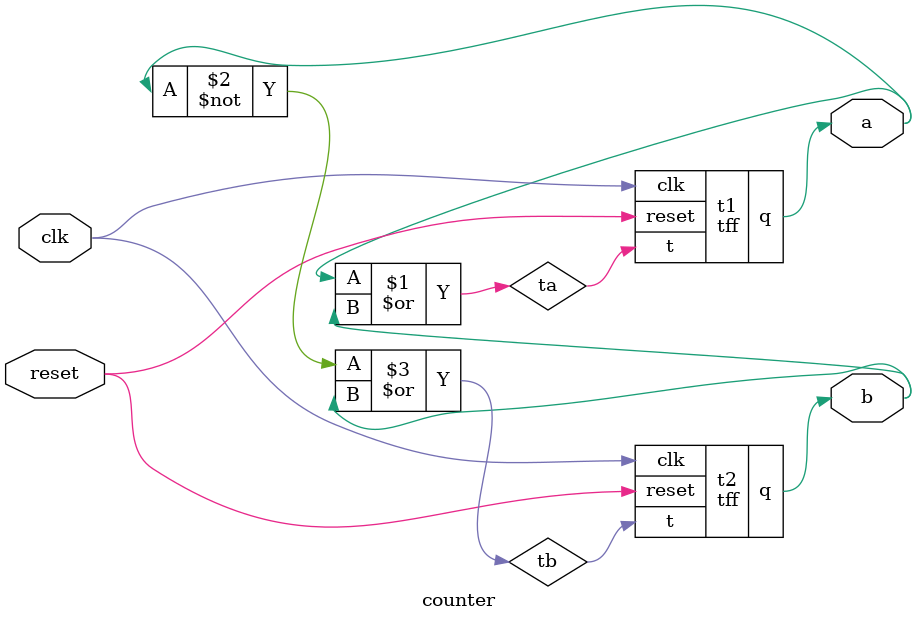
<source format=v>



module tff(q, t, clk, reset);

   output q;
   reg q;
   input t, clk, reset;

   always @ ( posedge clk, negedge reset )
	if (~reset) 
	   begin
		q <= 1'b0;
	   end
	
	else if (t)
	   begin
		q <= !q;
           end

endmodule

//End of TFF module

//Begin Circuit Module

module counter(a, b, clk, reset);

   output a, b;

   input clk, reset;

   wire ta, tb;

   assign ta = a | b;
   assign tb =  ~a | b;

   tff t1(a, ta, clk, reset);
   tff t2(b, tb, clk, reset);

endmodule

//End of Circuit module 

</source>
